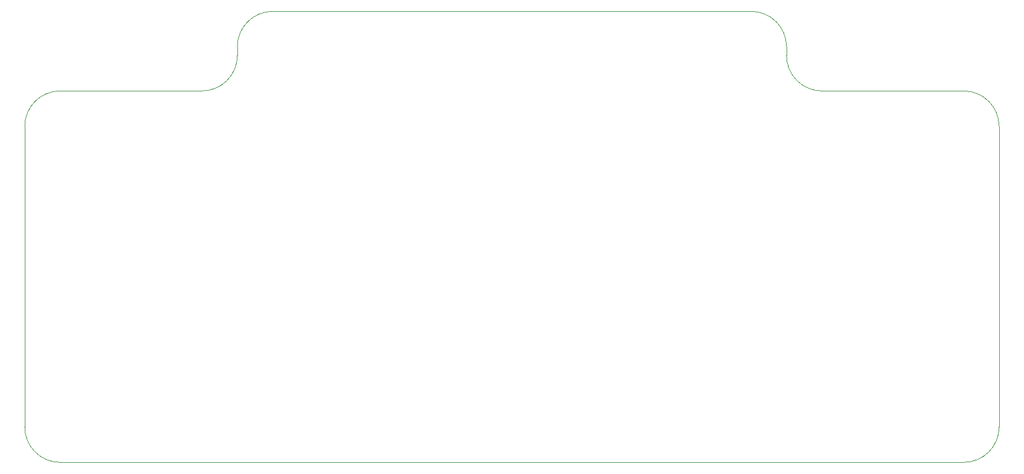
<source format=gbr>
%TF.GenerationSoftware,KiCad,Pcbnew,(6.0.4-0)*%
%TF.CreationDate,2022-09-29T15:47:50-04:00*%
%TF.ProjectId,pigame_pico,70696761-6d65-45f7-9069-636f2e6b6963,rev?*%
%TF.SameCoordinates,Original*%
%TF.FileFunction,Profile,NP*%
%FSLAX46Y46*%
G04 Gerber Fmt 4.6, Leading zero omitted, Abs format (unit mm)*
G04 Created by KiCad (PCBNEW (6.0.4-0)) date 2022-09-29 15:47:50*
%MOMM*%
%LPD*%
G01*
G04 APERTURE LIST*
%TA.AperFunction,Profile*%
%ADD10C,0.100000*%
%TD*%
G04 APERTURE END LIST*
D10*
X196850002Y-71120002D02*
X217170000Y-71120000D01*
X118110000Y-59690000D02*
X152400000Y-59690000D01*
X186690000Y-59690000D02*
X152400000Y-59690000D01*
X82550000Y-119380000D02*
G75*
G03*
X87630000Y-124460000I5080000J0D01*
G01*
X87630000Y-71120000D02*
X107950002Y-71120002D01*
X152400000Y-124460000D02*
X217170000Y-124460000D01*
X222250000Y-119380000D02*
X222250000Y-76200000D01*
X191770000Y-64770000D02*
X191770002Y-66040002D01*
X217170000Y-124460000D02*
G75*
G03*
X222250000Y-119380000I0J5080000D01*
G01*
X113030000Y-64770000D02*
X113030002Y-66040002D01*
X107950002Y-71120002D02*
G75*
G03*
X113030002Y-66040002I-2J5080002D01*
G01*
X191770000Y-64770000D02*
G75*
G03*
X186690000Y-59690000I-5080000J0D01*
G01*
X191769998Y-66040002D02*
G75*
G03*
X196850002Y-71120002I5080002J2D01*
G01*
X222250000Y-76200000D02*
G75*
G03*
X217170000Y-71120000I-5080000J0D01*
G01*
X82550000Y-76200000D02*
X82550000Y-119380000D01*
X87630000Y-71120000D02*
G75*
G03*
X82550000Y-76200000I0J-5080000D01*
G01*
X118110000Y-59690000D02*
G75*
G03*
X113030000Y-64770000I0J-5080000D01*
G01*
X152400000Y-124460000D02*
X87630000Y-124460000D01*
M02*

</source>
